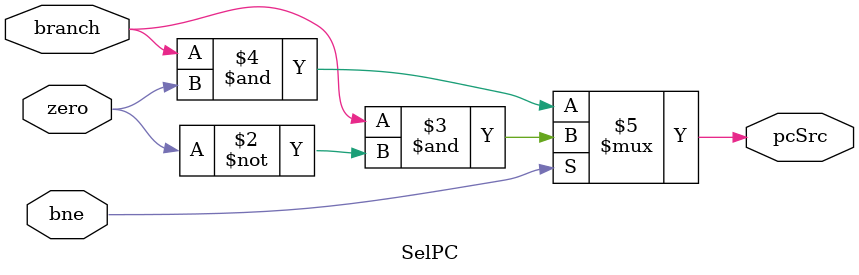
<source format=v>
`timescale 1ns / 1ps


module PC(
    input clk,
    input [31:0] pc_next,
    output reg [31:0] pc_current
);
    initial begin
        pc_current = 32'b0;
    end
    always @(posedge clk) begin
        pc_current = pc_next;
    end
endmodule : PC

module NextPC (
    input [31:0] pc_current,
    input [31:0] immediate,
    input branch,
    input zero,
    input bne,
    output [31:0] pc_next
    
);
    wire sel;
    wire [31:0] branch_destination;
    assign sel = (bne)? (branch & ~zero): (branch & zero);
    BranchPC uut0 (pc_current, immediate, branch_destination);
    Mux32bit uut (pc_current + 1, branch_destination, sel, pc_next);
endmodule : NextPC

module BranchPC (
    input [31:0] pc_current,
    input [31:0] immediate,
    output [31:0] branch_destination
    
);
    assign branch_destination = pc_current + (immediate >> 1);
endmodule : BranchPC

module SelPC (
    input zero,
    input bne,
    input branch,
    output reg pcSrc
    
);
    initial pcSrc = 1'b0;
    always @ (*)
        pcSrc = (bne)? (branch & ~zero): (branch & zero);
endmodule : SelPC
</source>
